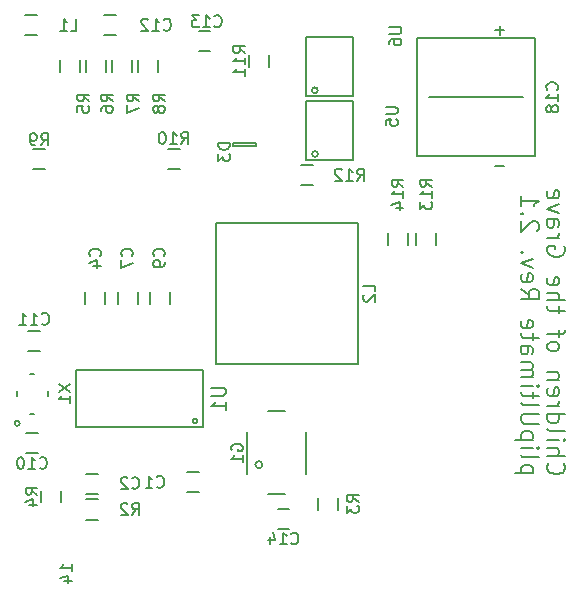
<source format=gbo>
G04 #@! TF.FileFunction,Legend,Bot*
%FSLAX46Y46*%
G04 Gerber Fmt 4.6, Leading zero omitted, Abs format (unit mm)*
G04 Created by KiCad (PCBNEW 4.0.2-stable) date 01/06/2016 17:52:26*
%MOMM*%
G01*
G04 APERTURE LIST*
%ADD10C,0.150000*%
G04 APERTURE END LIST*
D10*
X97189286Y-123985714D02*
X97117857Y-124057143D01*
X97046429Y-124271429D01*
X97046429Y-124414286D01*
X97117857Y-124628571D01*
X97260714Y-124771429D01*
X97403571Y-124842857D01*
X97689286Y-124914286D01*
X97903571Y-124914286D01*
X98189286Y-124842857D01*
X98332143Y-124771429D01*
X98475000Y-124628571D01*
X98546429Y-124414286D01*
X98546429Y-124271429D01*
X98475000Y-124057143D01*
X98403571Y-123985714D01*
X97046429Y-123342857D02*
X98546429Y-123342857D01*
X97046429Y-122700000D02*
X97832143Y-122700000D01*
X97975000Y-122771429D01*
X98046429Y-122914286D01*
X98046429Y-123128571D01*
X97975000Y-123271429D01*
X97903571Y-123342857D01*
X97046429Y-121985714D02*
X98046429Y-121985714D01*
X98546429Y-121985714D02*
X98475000Y-122057143D01*
X98403571Y-121985714D01*
X98475000Y-121914286D01*
X98546429Y-121985714D01*
X98403571Y-121985714D01*
X97046429Y-121057142D02*
X97117857Y-121200000D01*
X97260714Y-121271428D01*
X98546429Y-121271428D01*
X97046429Y-119842857D02*
X98546429Y-119842857D01*
X97117857Y-119842857D02*
X97046429Y-119985714D01*
X97046429Y-120271428D01*
X97117857Y-120414286D01*
X97189286Y-120485714D01*
X97332143Y-120557143D01*
X97760714Y-120557143D01*
X97903571Y-120485714D01*
X97975000Y-120414286D01*
X98046429Y-120271428D01*
X98046429Y-119985714D01*
X97975000Y-119842857D01*
X97046429Y-119128571D02*
X98046429Y-119128571D01*
X97760714Y-119128571D02*
X97903571Y-119057143D01*
X97975000Y-118985714D01*
X98046429Y-118842857D01*
X98046429Y-118700000D01*
X97117857Y-117628572D02*
X97046429Y-117771429D01*
X97046429Y-118057143D01*
X97117857Y-118200000D01*
X97260714Y-118271429D01*
X97832143Y-118271429D01*
X97975000Y-118200000D01*
X98046429Y-118057143D01*
X98046429Y-117771429D01*
X97975000Y-117628572D01*
X97832143Y-117557143D01*
X97689286Y-117557143D01*
X97546429Y-118271429D01*
X98046429Y-116914286D02*
X97046429Y-116914286D01*
X97903571Y-116914286D02*
X97975000Y-116842858D01*
X98046429Y-116700000D01*
X98046429Y-116485715D01*
X97975000Y-116342858D01*
X97832143Y-116271429D01*
X97046429Y-116271429D01*
X97046429Y-114200000D02*
X97117857Y-114342858D01*
X97189286Y-114414286D01*
X97332143Y-114485715D01*
X97760714Y-114485715D01*
X97903571Y-114414286D01*
X97975000Y-114342858D01*
X98046429Y-114200000D01*
X98046429Y-113985715D01*
X97975000Y-113842858D01*
X97903571Y-113771429D01*
X97760714Y-113700000D01*
X97332143Y-113700000D01*
X97189286Y-113771429D01*
X97117857Y-113842858D01*
X97046429Y-113985715D01*
X97046429Y-114200000D01*
X98046429Y-113271429D02*
X98046429Y-112700000D01*
X97046429Y-113057143D02*
X98332143Y-113057143D01*
X98475000Y-112985715D01*
X98546429Y-112842857D01*
X98546429Y-112700000D01*
X98046429Y-111271429D02*
X98046429Y-110700000D01*
X98546429Y-111057143D02*
X97260714Y-111057143D01*
X97117857Y-110985715D01*
X97046429Y-110842857D01*
X97046429Y-110700000D01*
X97046429Y-110200000D02*
X98546429Y-110200000D01*
X97046429Y-109557143D02*
X97832143Y-109557143D01*
X97975000Y-109628572D01*
X98046429Y-109771429D01*
X98046429Y-109985714D01*
X97975000Y-110128572D01*
X97903571Y-110200000D01*
X97117857Y-108271429D02*
X97046429Y-108414286D01*
X97046429Y-108700000D01*
X97117857Y-108842857D01*
X97260714Y-108914286D01*
X97832143Y-108914286D01*
X97975000Y-108842857D01*
X98046429Y-108700000D01*
X98046429Y-108414286D01*
X97975000Y-108271429D01*
X97832143Y-108200000D01*
X97689286Y-108200000D01*
X97546429Y-108914286D01*
X98475000Y-105628572D02*
X98546429Y-105771429D01*
X98546429Y-105985715D01*
X98475000Y-106200000D01*
X98332143Y-106342858D01*
X98189286Y-106414286D01*
X97903571Y-106485715D01*
X97689286Y-106485715D01*
X97403571Y-106414286D01*
X97260714Y-106342858D01*
X97117857Y-106200000D01*
X97046429Y-105985715D01*
X97046429Y-105842858D01*
X97117857Y-105628572D01*
X97189286Y-105557143D01*
X97689286Y-105557143D01*
X97689286Y-105842858D01*
X97046429Y-104914286D02*
X98046429Y-104914286D01*
X97760714Y-104914286D02*
X97903571Y-104842858D01*
X97975000Y-104771429D01*
X98046429Y-104628572D01*
X98046429Y-104485715D01*
X97046429Y-103342858D02*
X97832143Y-103342858D01*
X97975000Y-103414287D01*
X98046429Y-103557144D01*
X98046429Y-103842858D01*
X97975000Y-103985715D01*
X97117857Y-103342858D02*
X97046429Y-103485715D01*
X97046429Y-103842858D01*
X97117857Y-103985715D01*
X97260714Y-104057144D01*
X97403571Y-104057144D01*
X97546429Y-103985715D01*
X97617857Y-103842858D01*
X97617857Y-103485715D01*
X97689286Y-103342858D01*
X98046429Y-102771429D02*
X97046429Y-102414286D01*
X98046429Y-102057144D01*
X97117857Y-100914287D02*
X97046429Y-101057144D01*
X97046429Y-101342858D01*
X97117857Y-101485715D01*
X97260714Y-101557144D01*
X97832143Y-101557144D01*
X97975000Y-101485715D01*
X98046429Y-101342858D01*
X98046429Y-101057144D01*
X97975000Y-100914287D01*
X97832143Y-100842858D01*
X97689286Y-100842858D01*
X97546429Y-101557144D01*
X95796429Y-124842857D02*
X94296429Y-124842857D01*
X95725000Y-124842857D02*
X95796429Y-124700000D01*
X95796429Y-124414286D01*
X95725000Y-124271429D01*
X95653571Y-124200000D01*
X95510714Y-124128571D01*
X95082143Y-124128571D01*
X94939286Y-124200000D01*
X94867857Y-124271429D01*
X94796429Y-124414286D01*
X94796429Y-124700000D01*
X94867857Y-124842857D01*
X94796429Y-123271428D02*
X94867857Y-123414286D01*
X95010714Y-123485714D01*
X96296429Y-123485714D01*
X94796429Y-122700000D02*
X95796429Y-122700000D01*
X96296429Y-122700000D02*
X96225000Y-122771429D01*
X96153571Y-122700000D01*
X96225000Y-122628572D01*
X96296429Y-122700000D01*
X96153571Y-122700000D01*
X95796429Y-121985714D02*
X94296429Y-121985714D01*
X95725000Y-121985714D02*
X95796429Y-121842857D01*
X95796429Y-121557143D01*
X95725000Y-121414286D01*
X95653571Y-121342857D01*
X95510714Y-121271428D01*
X95082143Y-121271428D01*
X94939286Y-121342857D01*
X94867857Y-121414286D01*
X94796429Y-121557143D01*
X94796429Y-121842857D01*
X94867857Y-121985714D01*
X96296429Y-120628571D02*
X95082143Y-120628571D01*
X94939286Y-120557143D01*
X94867857Y-120485714D01*
X94796429Y-120342857D01*
X94796429Y-120057143D01*
X94867857Y-119914285D01*
X94939286Y-119842857D01*
X95082143Y-119771428D01*
X96296429Y-119771428D01*
X94796429Y-118842856D02*
X94867857Y-118985714D01*
X95010714Y-119057142D01*
X96296429Y-119057142D01*
X95796429Y-118485714D02*
X95796429Y-117914285D01*
X96296429Y-118271428D02*
X95010714Y-118271428D01*
X94867857Y-118200000D01*
X94796429Y-118057142D01*
X94796429Y-117914285D01*
X94796429Y-117414285D02*
X95796429Y-117414285D01*
X96296429Y-117414285D02*
X96225000Y-117485714D01*
X96153571Y-117414285D01*
X96225000Y-117342857D01*
X96296429Y-117414285D01*
X96153571Y-117414285D01*
X94796429Y-116699999D02*
X95796429Y-116699999D01*
X95653571Y-116699999D02*
X95725000Y-116628571D01*
X95796429Y-116485713D01*
X95796429Y-116271428D01*
X95725000Y-116128571D01*
X95582143Y-116057142D01*
X94796429Y-116057142D01*
X95582143Y-116057142D02*
X95725000Y-115985713D01*
X95796429Y-115842856D01*
X95796429Y-115628571D01*
X95725000Y-115485713D01*
X95582143Y-115414285D01*
X94796429Y-115414285D01*
X94796429Y-114057142D02*
X95582143Y-114057142D01*
X95725000Y-114128571D01*
X95796429Y-114271428D01*
X95796429Y-114557142D01*
X95725000Y-114699999D01*
X94867857Y-114057142D02*
X94796429Y-114199999D01*
X94796429Y-114557142D01*
X94867857Y-114699999D01*
X95010714Y-114771428D01*
X95153571Y-114771428D01*
X95296429Y-114699999D01*
X95367857Y-114557142D01*
X95367857Y-114199999D01*
X95439286Y-114057142D01*
X95796429Y-113557142D02*
X95796429Y-112985713D01*
X96296429Y-113342856D02*
X95010714Y-113342856D01*
X94867857Y-113271428D01*
X94796429Y-113128570D01*
X94796429Y-112985713D01*
X94867857Y-111914285D02*
X94796429Y-112057142D01*
X94796429Y-112342856D01*
X94867857Y-112485713D01*
X95010714Y-112557142D01*
X95582143Y-112557142D01*
X95725000Y-112485713D01*
X95796429Y-112342856D01*
X95796429Y-112057142D01*
X95725000Y-111914285D01*
X95582143Y-111842856D01*
X95439286Y-111842856D01*
X95296429Y-112557142D01*
X94796429Y-109199999D02*
X95510714Y-109699999D01*
X94796429Y-110057142D02*
X96296429Y-110057142D01*
X96296429Y-109485714D01*
X96225000Y-109342856D01*
X96153571Y-109271428D01*
X96010714Y-109199999D01*
X95796429Y-109199999D01*
X95653571Y-109271428D01*
X95582143Y-109342856D01*
X95510714Y-109485714D01*
X95510714Y-110057142D01*
X94867857Y-107985714D02*
X94796429Y-108128571D01*
X94796429Y-108414285D01*
X94867857Y-108557142D01*
X95010714Y-108628571D01*
X95582143Y-108628571D01*
X95725000Y-108557142D01*
X95796429Y-108414285D01*
X95796429Y-108128571D01*
X95725000Y-107985714D01*
X95582143Y-107914285D01*
X95439286Y-107914285D01*
X95296429Y-108628571D01*
X95796429Y-107414285D02*
X94796429Y-107057142D01*
X95796429Y-106700000D01*
X94939286Y-106128571D02*
X94867857Y-106057143D01*
X94796429Y-106128571D01*
X94867857Y-106200000D01*
X94939286Y-106128571D01*
X94796429Y-106128571D01*
X96153571Y-104342857D02*
X96225000Y-104271428D01*
X96296429Y-104128571D01*
X96296429Y-103771428D01*
X96225000Y-103628571D01*
X96153571Y-103557142D01*
X96010714Y-103485714D01*
X95867857Y-103485714D01*
X95653571Y-103557142D01*
X94796429Y-104414285D01*
X94796429Y-103485714D01*
X94939286Y-102842857D02*
X94867857Y-102771429D01*
X94796429Y-102842857D01*
X94867857Y-102914286D01*
X94939286Y-102842857D01*
X94796429Y-102842857D01*
X94796429Y-101342857D02*
X94796429Y-102200000D01*
X94796429Y-101771428D02*
X96296429Y-101771428D01*
X96082143Y-101914285D01*
X95939286Y-102057143D01*
X95867857Y-102200000D01*
X52362132Y-120600000D02*
G75*
G03X52362132Y-120600000I-212132J0D01*
G01*
X53200000Y-116400000D02*
X53600000Y-116400000D01*
X52100000Y-118300000D02*
X52100000Y-117900000D01*
X53600000Y-119800000D02*
X53200000Y-119800000D01*
X54750000Y-118300000D02*
X54750000Y-117900000D01*
X80600000Y-92900000D02*
X80600000Y-87900000D01*
X80600000Y-87900000D02*
X76600000Y-87900000D01*
X76600000Y-87900000D02*
X76600000Y-92900000D01*
X76600000Y-92900000D02*
X80600000Y-92900000D01*
X77600000Y-92400000D02*
G75*
G03X77600000Y-92400000I-250000J0D01*
G01*
X80600000Y-98300000D02*
X80600000Y-93300000D01*
X80600000Y-93300000D02*
X76600000Y-93300000D01*
X76600000Y-93300000D02*
X76600000Y-98300000D01*
X76600000Y-98300000D02*
X80600000Y-98300000D01*
X77600000Y-97800000D02*
G75*
G03X77600000Y-97800000I-250000J0D01*
G01*
X83550000Y-105500000D02*
X83550000Y-104500000D01*
X85250000Y-104500000D02*
X85250000Y-105500000D01*
X85950000Y-105500000D02*
X85950000Y-104500000D01*
X87650000Y-104500000D02*
X87650000Y-105500000D01*
X77200000Y-100450000D02*
X76200000Y-100450000D01*
X76200000Y-98750000D02*
X77200000Y-98750000D01*
X73450000Y-89400000D02*
X73450000Y-90400000D01*
X71750000Y-90400000D02*
X71750000Y-89400000D01*
X64900000Y-97350000D02*
X65900000Y-97350000D01*
X65900000Y-99050000D02*
X64900000Y-99050000D01*
X53500000Y-97350000D02*
X54500000Y-97350000D01*
X54500000Y-99050000D02*
X53500000Y-99050000D01*
X64050000Y-89850000D02*
X64050000Y-90850000D01*
X62350000Y-90850000D02*
X62350000Y-89850000D01*
X61850000Y-89850000D02*
X61850000Y-90850000D01*
X60150000Y-90850000D02*
X60150000Y-89850000D01*
X57950000Y-90850000D02*
X57950000Y-89850000D01*
X59650000Y-89850000D02*
X59650000Y-90850000D01*
X55750000Y-90850000D02*
X55750000Y-89850000D01*
X57450000Y-89850000D02*
X57450000Y-90850000D01*
X54150000Y-127300000D02*
X54150000Y-126300000D01*
X55850000Y-126300000D02*
X55850000Y-127300000D01*
X79350000Y-126900000D02*
X79350000Y-127900000D01*
X77650000Y-127900000D02*
X77650000Y-126900000D01*
X59000000Y-128750000D02*
X58000000Y-128750000D01*
X58000000Y-127050000D02*
X59000000Y-127050000D01*
X52800000Y-86050000D02*
X53800000Y-86050000D01*
X53800000Y-87750000D02*
X52800000Y-87750000D01*
X72900000Y-124100000D02*
G75*
G03X72900000Y-124100000I-300000J0D01*
G01*
X71600000Y-121350000D02*
X71600000Y-124850000D01*
X74850000Y-119600000D02*
X73350000Y-119600000D01*
X76600000Y-124850000D02*
X76600000Y-121350000D01*
X74850000Y-126600000D02*
X73350000Y-126600000D01*
X70400000Y-96850000D02*
X72400000Y-96850000D01*
X72400000Y-96850000D02*
X72400000Y-97100000D01*
X72400000Y-97100000D02*
X70400000Y-97100000D01*
X70400000Y-97100000D02*
X70400000Y-96850000D01*
X95000000Y-93000000D02*
X87000000Y-93000000D01*
X96000000Y-98000000D02*
X96000000Y-88000000D01*
X96000000Y-88000000D02*
X86000000Y-88000000D01*
X86000000Y-88000000D02*
X86000000Y-98000000D01*
X86000000Y-98000000D02*
X96000000Y-98000000D01*
X74200000Y-127850000D02*
X75200000Y-127850000D01*
X75200000Y-129550000D02*
X74200000Y-129550000D01*
X67500000Y-87350000D02*
X68500000Y-87350000D01*
X68500000Y-89050000D02*
X67500000Y-89050000D01*
X59500000Y-86050000D02*
X60500000Y-86050000D01*
X60500000Y-87750000D02*
X59500000Y-87750000D01*
X54100000Y-114450000D02*
X53100000Y-114450000D01*
X53100000Y-112750000D02*
X54100000Y-112750000D01*
X52900000Y-121450000D02*
X53900000Y-121450000D01*
X53900000Y-123150000D02*
X52900000Y-123150000D01*
X63400000Y-110500000D02*
X63400000Y-109500000D01*
X65100000Y-109500000D02*
X65100000Y-110500000D01*
X60650000Y-110500000D02*
X60650000Y-109500000D01*
X62350000Y-109500000D02*
X62350000Y-110500000D01*
X57900000Y-110500000D02*
X57900000Y-109500000D01*
X59600000Y-109500000D02*
X59600000Y-110500000D01*
X58000000Y-124850000D02*
X59000000Y-124850000D01*
X59000000Y-126550000D02*
X58000000Y-126550000D01*
X67500000Y-126450000D02*
X66500000Y-126450000D01*
X66500000Y-124750000D02*
X67500000Y-124750000D01*
X81000000Y-103600000D02*
X69000000Y-103600000D01*
X69000000Y-103600000D02*
X69000000Y-115600000D01*
X69000000Y-115600000D02*
X81000000Y-115600000D01*
X81000000Y-115600000D02*
X81000000Y-103600000D01*
X67400000Y-120400000D02*
G75*
G03X67400000Y-120400000I-200000J0D01*
G01*
X67875000Y-116100000D02*
X67875000Y-120900000D01*
X67875000Y-120900000D02*
X57125000Y-120900000D01*
X57125000Y-120900000D02*
X57125000Y-116100000D01*
X57125000Y-116100000D02*
X67875000Y-116100000D01*
X55652381Y-117290476D02*
X56652381Y-117957143D01*
X55652381Y-117957143D02*
X56652381Y-117290476D01*
X56652381Y-118861905D02*
X56652381Y-118290476D01*
X56652381Y-118576190D02*
X55652381Y-118576190D01*
X55795238Y-118480952D01*
X55890476Y-118385714D01*
X55938095Y-118290476D01*
X83652381Y-87038095D02*
X84461905Y-87038095D01*
X84557143Y-87085714D01*
X84604762Y-87133333D01*
X84652381Y-87228571D01*
X84652381Y-87419048D01*
X84604762Y-87514286D01*
X84557143Y-87561905D01*
X84461905Y-87609524D01*
X83652381Y-87609524D01*
X83652381Y-88514286D02*
X83652381Y-88323809D01*
X83700000Y-88228571D01*
X83747619Y-88180952D01*
X83890476Y-88085714D01*
X84080952Y-88038095D01*
X84461905Y-88038095D01*
X84557143Y-88085714D01*
X84604762Y-88133333D01*
X84652381Y-88228571D01*
X84652381Y-88419048D01*
X84604762Y-88514286D01*
X84557143Y-88561905D01*
X84461905Y-88609524D01*
X84223810Y-88609524D01*
X84128571Y-88561905D01*
X84080952Y-88514286D01*
X84033333Y-88419048D01*
X84033333Y-88228571D01*
X84080952Y-88133333D01*
X84128571Y-88085714D01*
X84223810Y-88038095D01*
X83352381Y-93838095D02*
X84161905Y-93838095D01*
X84257143Y-93885714D01*
X84304762Y-93933333D01*
X84352381Y-94028571D01*
X84352381Y-94219048D01*
X84304762Y-94314286D01*
X84257143Y-94361905D01*
X84161905Y-94409524D01*
X83352381Y-94409524D01*
X83352381Y-95361905D02*
X83352381Y-94885714D01*
X83828571Y-94838095D01*
X83780952Y-94885714D01*
X83733333Y-94980952D01*
X83733333Y-95219048D01*
X83780952Y-95314286D01*
X83828571Y-95361905D01*
X83923810Y-95409524D01*
X84161905Y-95409524D01*
X84257143Y-95361905D01*
X84304762Y-95314286D01*
X84352381Y-95219048D01*
X84352381Y-94980952D01*
X84304762Y-94885714D01*
X84257143Y-94838095D01*
X84852381Y-100557143D02*
X84376190Y-100223809D01*
X84852381Y-99985714D02*
X83852381Y-99985714D01*
X83852381Y-100366667D01*
X83900000Y-100461905D01*
X83947619Y-100509524D01*
X84042857Y-100557143D01*
X84185714Y-100557143D01*
X84280952Y-100509524D01*
X84328571Y-100461905D01*
X84376190Y-100366667D01*
X84376190Y-99985714D01*
X84852381Y-101509524D02*
X84852381Y-100938095D01*
X84852381Y-101223809D02*
X83852381Y-101223809D01*
X83995238Y-101128571D01*
X84090476Y-101033333D01*
X84138095Y-100938095D01*
X84185714Y-102366667D02*
X84852381Y-102366667D01*
X83804762Y-102128571D02*
X84519048Y-101890476D01*
X84519048Y-102509524D01*
X87252381Y-100557143D02*
X86776190Y-100223809D01*
X87252381Y-99985714D02*
X86252381Y-99985714D01*
X86252381Y-100366667D01*
X86300000Y-100461905D01*
X86347619Y-100509524D01*
X86442857Y-100557143D01*
X86585714Y-100557143D01*
X86680952Y-100509524D01*
X86728571Y-100461905D01*
X86776190Y-100366667D01*
X86776190Y-99985714D01*
X87252381Y-101509524D02*
X87252381Y-100938095D01*
X87252381Y-101223809D02*
X86252381Y-101223809D01*
X86395238Y-101128571D01*
X86490476Y-101033333D01*
X86538095Y-100938095D01*
X86252381Y-101842857D02*
X86252381Y-102461905D01*
X86633333Y-102128571D01*
X86633333Y-102271429D01*
X86680952Y-102366667D01*
X86728571Y-102414286D01*
X86823810Y-102461905D01*
X87061905Y-102461905D01*
X87157143Y-102414286D01*
X87204762Y-102366667D01*
X87252381Y-102271429D01*
X87252381Y-101985714D01*
X87204762Y-101890476D01*
X87157143Y-101842857D01*
X80942857Y-100052381D02*
X81276191Y-99576190D01*
X81514286Y-100052381D02*
X81514286Y-99052381D01*
X81133333Y-99052381D01*
X81038095Y-99100000D01*
X80990476Y-99147619D01*
X80942857Y-99242857D01*
X80942857Y-99385714D01*
X80990476Y-99480952D01*
X81038095Y-99528571D01*
X81133333Y-99576190D01*
X81514286Y-99576190D01*
X79990476Y-100052381D02*
X80561905Y-100052381D01*
X80276191Y-100052381D02*
X80276191Y-99052381D01*
X80371429Y-99195238D01*
X80466667Y-99290476D01*
X80561905Y-99338095D01*
X79609524Y-99147619D02*
X79561905Y-99100000D01*
X79466667Y-99052381D01*
X79228571Y-99052381D01*
X79133333Y-99100000D01*
X79085714Y-99147619D01*
X79038095Y-99242857D01*
X79038095Y-99338095D01*
X79085714Y-99480952D01*
X79657143Y-100052381D01*
X79038095Y-100052381D01*
X71452381Y-89257143D02*
X70976190Y-88923809D01*
X71452381Y-88685714D02*
X70452381Y-88685714D01*
X70452381Y-89066667D01*
X70500000Y-89161905D01*
X70547619Y-89209524D01*
X70642857Y-89257143D01*
X70785714Y-89257143D01*
X70880952Y-89209524D01*
X70928571Y-89161905D01*
X70976190Y-89066667D01*
X70976190Y-88685714D01*
X71452381Y-90209524D02*
X71452381Y-89638095D01*
X71452381Y-89923809D02*
X70452381Y-89923809D01*
X70595238Y-89828571D01*
X70690476Y-89733333D01*
X70738095Y-89638095D01*
X71452381Y-91161905D02*
X71452381Y-90590476D01*
X71452381Y-90876190D02*
X70452381Y-90876190D01*
X70595238Y-90780952D01*
X70690476Y-90685714D01*
X70738095Y-90590476D01*
X66042857Y-96952381D02*
X66376191Y-96476190D01*
X66614286Y-96952381D02*
X66614286Y-95952381D01*
X66233333Y-95952381D01*
X66138095Y-96000000D01*
X66090476Y-96047619D01*
X66042857Y-96142857D01*
X66042857Y-96285714D01*
X66090476Y-96380952D01*
X66138095Y-96428571D01*
X66233333Y-96476190D01*
X66614286Y-96476190D01*
X65090476Y-96952381D02*
X65661905Y-96952381D01*
X65376191Y-96952381D02*
X65376191Y-95952381D01*
X65471429Y-96095238D01*
X65566667Y-96190476D01*
X65661905Y-96238095D01*
X64471429Y-95952381D02*
X64376190Y-95952381D01*
X64280952Y-96000000D01*
X64233333Y-96047619D01*
X64185714Y-96142857D01*
X64138095Y-96333333D01*
X64138095Y-96571429D01*
X64185714Y-96761905D01*
X64233333Y-96857143D01*
X64280952Y-96904762D01*
X64376190Y-96952381D01*
X64471429Y-96952381D01*
X64566667Y-96904762D01*
X64614286Y-96857143D01*
X64661905Y-96761905D01*
X64709524Y-96571429D01*
X64709524Y-96333333D01*
X64661905Y-96142857D01*
X64614286Y-96047619D01*
X64566667Y-96000000D01*
X64471429Y-95952381D01*
X54166666Y-97052381D02*
X54500000Y-96576190D01*
X54738095Y-97052381D02*
X54738095Y-96052381D01*
X54357142Y-96052381D01*
X54261904Y-96100000D01*
X54214285Y-96147619D01*
X54166666Y-96242857D01*
X54166666Y-96385714D01*
X54214285Y-96480952D01*
X54261904Y-96528571D01*
X54357142Y-96576190D01*
X54738095Y-96576190D01*
X53690476Y-97052381D02*
X53500000Y-97052381D01*
X53404761Y-97004762D01*
X53357142Y-96957143D01*
X53261904Y-96814286D01*
X53214285Y-96623810D01*
X53214285Y-96242857D01*
X53261904Y-96147619D01*
X53309523Y-96100000D01*
X53404761Y-96052381D01*
X53595238Y-96052381D01*
X53690476Y-96100000D01*
X53738095Y-96147619D01*
X53785714Y-96242857D01*
X53785714Y-96480952D01*
X53738095Y-96576190D01*
X53690476Y-96623810D01*
X53595238Y-96671429D01*
X53404761Y-96671429D01*
X53309523Y-96623810D01*
X53261904Y-96576190D01*
X53214285Y-96480952D01*
X64652381Y-93333334D02*
X64176190Y-93000000D01*
X64652381Y-92761905D02*
X63652381Y-92761905D01*
X63652381Y-93142858D01*
X63700000Y-93238096D01*
X63747619Y-93285715D01*
X63842857Y-93333334D01*
X63985714Y-93333334D01*
X64080952Y-93285715D01*
X64128571Y-93238096D01*
X64176190Y-93142858D01*
X64176190Y-92761905D01*
X64080952Y-93904762D02*
X64033333Y-93809524D01*
X63985714Y-93761905D01*
X63890476Y-93714286D01*
X63842857Y-93714286D01*
X63747619Y-93761905D01*
X63700000Y-93809524D01*
X63652381Y-93904762D01*
X63652381Y-94095239D01*
X63700000Y-94190477D01*
X63747619Y-94238096D01*
X63842857Y-94285715D01*
X63890476Y-94285715D01*
X63985714Y-94238096D01*
X64033333Y-94190477D01*
X64080952Y-94095239D01*
X64080952Y-93904762D01*
X64128571Y-93809524D01*
X64176190Y-93761905D01*
X64271429Y-93714286D01*
X64461905Y-93714286D01*
X64557143Y-93761905D01*
X64604762Y-93809524D01*
X64652381Y-93904762D01*
X64652381Y-94095239D01*
X64604762Y-94190477D01*
X64557143Y-94238096D01*
X64461905Y-94285715D01*
X64271429Y-94285715D01*
X64176190Y-94238096D01*
X64128571Y-94190477D01*
X64080952Y-94095239D01*
X62452381Y-93333334D02*
X61976190Y-93000000D01*
X62452381Y-92761905D02*
X61452381Y-92761905D01*
X61452381Y-93142858D01*
X61500000Y-93238096D01*
X61547619Y-93285715D01*
X61642857Y-93333334D01*
X61785714Y-93333334D01*
X61880952Y-93285715D01*
X61928571Y-93238096D01*
X61976190Y-93142858D01*
X61976190Y-92761905D01*
X61452381Y-93666667D02*
X61452381Y-94333334D01*
X62452381Y-93904762D01*
X60252381Y-93333334D02*
X59776190Y-93000000D01*
X60252381Y-92761905D02*
X59252381Y-92761905D01*
X59252381Y-93142858D01*
X59300000Y-93238096D01*
X59347619Y-93285715D01*
X59442857Y-93333334D01*
X59585714Y-93333334D01*
X59680952Y-93285715D01*
X59728571Y-93238096D01*
X59776190Y-93142858D01*
X59776190Y-92761905D01*
X59252381Y-94190477D02*
X59252381Y-94000000D01*
X59300000Y-93904762D01*
X59347619Y-93857143D01*
X59490476Y-93761905D01*
X59680952Y-93714286D01*
X60061905Y-93714286D01*
X60157143Y-93761905D01*
X60204762Y-93809524D01*
X60252381Y-93904762D01*
X60252381Y-94095239D01*
X60204762Y-94190477D01*
X60157143Y-94238096D01*
X60061905Y-94285715D01*
X59823810Y-94285715D01*
X59728571Y-94238096D01*
X59680952Y-94190477D01*
X59633333Y-94095239D01*
X59633333Y-93904762D01*
X59680952Y-93809524D01*
X59728571Y-93761905D01*
X59823810Y-93714286D01*
X58252381Y-93333334D02*
X57776190Y-93000000D01*
X58252381Y-92761905D02*
X57252381Y-92761905D01*
X57252381Y-93142858D01*
X57300000Y-93238096D01*
X57347619Y-93285715D01*
X57442857Y-93333334D01*
X57585714Y-93333334D01*
X57680952Y-93285715D01*
X57728571Y-93238096D01*
X57776190Y-93142858D01*
X57776190Y-92761905D01*
X57252381Y-94238096D02*
X57252381Y-93761905D01*
X57728571Y-93714286D01*
X57680952Y-93761905D01*
X57633333Y-93857143D01*
X57633333Y-94095239D01*
X57680952Y-94190477D01*
X57728571Y-94238096D01*
X57823810Y-94285715D01*
X58061905Y-94285715D01*
X58157143Y-94238096D01*
X58204762Y-94190477D01*
X58252381Y-94095239D01*
X58252381Y-93857143D01*
X58204762Y-93761905D01*
X58157143Y-93714286D01*
X53852381Y-126633334D02*
X53376190Y-126300000D01*
X53852381Y-126061905D02*
X52852381Y-126061905D01*
X52852381Y-126442858D01*
X52900000Y-126538096D01*
X52947619Y-126585715D01*
X53042857Y-126633334D01*
X53185714Y-126633334D01*
X53280952Y-126585715D01*
X53328571Y-126538096D01*
X53376190Y-126442858D01*
X53376190Y-126061905D01*
X53185714Y-127490477D02*
X53852381Y-127490477D01*
X52804762Y-127252381D02*
X53519048Y-127014286D01*
X53519048Y-127633334D01*
X81052381Y-127233334D02*
X80576190Y-126900000D01*
X81052381Y-126661905D02*
X80052381Y-126661905D01*
X80052381Y-127042858D01*
X80100000Y-127138096D01*
X80147619Y-127185715D01*
X80242857Y-127233334D01*
X80385714Y-127233334D01*
X80480952Y-127185715D01*
X80528571Y-127138096D01*
X80576190Y-127042858D01*
X80576190Y-126661905D01*
X80052381Y-127566667D02*
X80052381Y-128185715D01*
X80433333Y-127852381D01*
X80433333Y-127995239D01*
X80480952Y-128090477D01*
X80528571Y-128138096D01*
X80623810Y-128185715D01*
X80861905Y-128185715D01*
X80957143Y-128138096D01*
X81004762Y-128090477D01*
X81052381Y-127995239D01*
X81052381Y-127709524D01*
X81004762Y-127614286D01*
X80957143Y-127566667D01*
X61866666Y-128352381D02*
X62200000Y-127876190D01*
X62438095Y-128352381D02*
X62438095Y-127352381D01*
X62057142Y-127352381D01*
X61961904Y-127400000D01*
X61914285Y-127447619D01*
X61866666Y-127542857D01*
X61866666Y-127685714D01*
X61914285Y-127780952D01*
X61961904Y-127828571D01*
X62057142Y-127876190D01*
X62438095Y-127876190D01*
X61485714Y-127447619D02*
X61438095Y-127400000D01*
X61342857Y-127352381D01*
X61104761Y-127352381D01*
X61009523Y-127400000D01*
X60961904Y-127447619D01*
X60914285Y-127542857D01*
X60914285Y-127638095D01*
X60961904Y-127780952D01*
X61533333Y-128352381D01*
X60914285Y-128352381D01*
X56666666Y-87352381D02*
X57142857Y-87352381D01*
X57142857Y-86352381D01*
X55809523Y-87352381D02*
X56380952Y-87352381D01*
X56095238Y-87352381D02*
X56095238Y-86352381D01*
X56190476Y-86495238D01*
X56285714Y-86590476D01*
X56380952Y-86638095D01*
X70300000Y-122885715D02*
X70252381Y-122790477D01*
X70252381Y-122647620D01*
X70300000Y-122504762D01*
X70395238Y-122409524D01*
X70490476Y-122361905D01*
X70680952Y-122314286D01*
X70823810Y-122314286D01*
X71014286Y-122361905D01*
X71109524Y-122409524D01*
X71204762Y-122504762D01*
X71252381Y-122647620D01*
X71252381Y-122742858D01*
X71204762Y-122885715D01*
X71157143Y-122933334D01*
X70823810Y-122933334D01*
X70823810Y-122742858D01*
X71252381Y-123885715D02*
X71252381Y-123314286D01*
X71252381Y-123600000D02*
X70252381Y-123600000D01*
X70395238Y-123504762D01*
X70490476Y-123409524D01*
X70538095Y-123314286D01*
X70152381Y-96861905D02*
X69152381Y-96861905D01*
X69152381Y-97100000D01*
X69200000Y-97242858D01*
X69295238Y-97338096D01*
X69390476Y-97385715D01*
X69580952Y-97433334D01*
X69723810Y-97433334D01*
X69914286Y-97385715D01*
X70009524Y-97338096D01*
X70104762Y-97242858D01*
X70152381Y-97100000D01*
X70152381Y-96861905D01*
X69152381Y-97766667D02*
X69152381Y-98385715D01*
X69533333Y-98052381D01*
X69533333Y-98195239D01*
X69580952Y-98290477D01*
X69628571Y-98338096D01*
X69723810Y-98385715D01*
X69961905Y-98385715D01*
X70057143Y-98338096D01*
X70104762Y-98290477D01*
X70152381Y-98195239D01*
X70152381Y-97909524D01*
X70104762Y-97814286D01*
X70057143Y-97766667D01*
X56782381Y-133109524D02*
X56782381Y-132538095D01*
X56782381Y-132823809D02*
X55782381Y-132823809D01*
X55925238Y-132728571D01*
X56020476Y-132633333D01*
X56068095Y-132538095D01*
X56115714Y-133966667D02*
X56782381Y-133966667D01*
X55734762Y-133728571D02*
X56449048Y-133490476D01*
X56449048Y-134109524D01*
X97857143Y-92357143D02*
X97904762Y-92309524D01*
X97952381Y-92166667D01*
X97952381Y-92071429D01*
X97904762Y-91928571D01*
X97809524Y-91833333D01*
X97714286Y-91785714D01*
X97523810Y-91738095D01*
X97380952Y-91738095D01*
X97190476Y-91785714D01*
X97095238Y-91833333D01*
X97000000Y-91928571D01*
X96952381Y-92071429D01*
X96952381Y-92166667D01*
X97000000Y-92309524D01*
X97047619Y-92357143D01*
X97952381Y-93309524D02*
X97952381Y-92738095D01*
X97952381Y-93023809D02*
X96952381Y-93023809D01*
X97095238Y-92928571D01*
X97190476Y-92833333D01*
X97238095Y-92738095D01*
X97380952Y-93880952D02*
X97333333Y-93785714D01*
X97285714Y-93738095D01*
X97190476Y-93690476D01*
X97142857Y-93690476D01*
X97047619Y-93738095D01*
X97000000Y-93785714D01*
X96952381Y-93880952D01*
X96952381Y-94071429D01*
X97000000Y-94166667D01*
X97047619Y-94214286D01*
X97142857Y-94261905D01*
X97190476Y-94261905D01*
X97285714Y-94214286D01*
X97333333Y-94166667D01*
X97380952Y-94071429D01*
X97380952Y-93880952D01*
X97428571Y-93785714D01*
X97476190Y-93738095D01*
X97571429Y-93690476D01*
X97761905Y-93690476D01*
X97857143Y-93738095D01*
X97904762Y-93785714D01*
X97952381Y-93880952D01*
X97952381Y-94071429D01*
X97904762Y-94166667D01*
X97857143Y-94214286D01*
X97761905Y-94261905D01*
X97571429Y-94261905D01*
X97476190Y-94214286D01*
X97428571Y-94166667D01*
X97380952Y-94071429D01*
X93380952Y-98821429D02*
X92619047Y-98821429D01*
X93380952Y-87321429D02*
X92619047Y-87321429D01*
X92999999Y-87702381D02*
X92999999Y-86940476D01*
X75342857Y-130757143D02*
X75390476Y-130804762D01*
X75533333Y-130852381D01*
X75628571Y-130852381D01*
X75771429Y-130804762D01*
X75866667Y-130709524D01*
X75914286Y-130614286D01*
X75961905Y-130423810D01*
X75961905Y-130280952D01*
X75914286Y-130090476D01*
X75866667Y-129995238D01*
X75771429Y-129900000D01*
X75628571Y-129852381D01*
X75533333Y-129852381D01*
X75390476Y-129900000D01*
X75342857Y-129947619D01*
X74390476Y-130852381D02*
X74961905Y-130852381D01*
X74676191Y-130852381D02*
X74676191Y-129852381D01*
X74771429Y-129995238D01*
X74866667Y-130090476D01*
X74961905Y-130138095D01*
X73533333Y-130185714D02*
X73533333Y-130852381D01*
X73771429Y-129804762D02*
X74009524Y-130519048D01*
X73390476Y-130519048D01*
X68842857Y-86957143D02*
X68890476Y-87004762D01*
X69033333Y-87052381D01*
X69128571Y-87052381D01*
X69271429Y-87004762D01*
X69366667Y-86909524D01*
X69414286Y-86814286D01*
X69461905Y-86623810D01*
X69461905Y-86480952D01*
X69414286Y-86290476D01*
X69366667Y-86195238D01*
X69271429Y-86100000D01*
X69128571Y-86052381D01*
X69033333Y-86052381D01*
X68890476Y-86100000D01*
X68842857Y-86147619D01*
X67890476Y-87052381D02*
X68461905Y-87052381D01*
X68176191Y-87052381D02*
X68176191Y-86052381D01*
X68271429Y-86195238D01*
X68366667Y-86290476D01*
X68461905Y-86338095D01*
X67557143Y-86052381D02*
X66938095Y-86052381D01*
X67271429Y-86433333D01*
X67128571Y-86433333D01*
X67033333Y-86480952D01*
X66985714Y-86528571D01*
X66938095Y-86623810D01*
X66938095Y-86861905D01*
X66985714Y-86957143D01*
X67033333Y-87004762D01*
X67128571Y-87052381D01*
X67414286Y-87052381D01*
X67509524Y-87004762D01*
X67557143Y-86957143D01*
X64542857Y-87257143D02*
X64590476Y-87304762D01*
X64733333Y-87352381D01*
X64828571Y-87352381D01*
X64971429Y-87304762D01*
X65066667Y-87209524D01*
X65114286Y-87114286D01*
X65161905Y-86923810D01*
X65161905Y-86780952D01*
X65114286Y-86590476D01*
X65066667Y-86495238D01*
X64971429Y-86400000D01*
X64828571Y-86352381D01*
X64733333Y-86352381D01*
X64590476Y-86400000D01*
X64542857Y-86447619D01*
X63590476Y-87352381D02*
X64161905Y-87352381D01*
X63876191Y-87352381D02*
X63876191Y-86352381D01*
X63971429Y-86495238D01*
X64066667Y-86590476D01*
X64161905Y-86638095D01*
X63209524Y-86447619D02*
X63161905Y-86400000D01*
X63066667Y-86352381D01*
X62828571Y-86352381D01*
X62733333Y-86400000D01*
X62685714Y-86447619D01*
X62638095Y-86542857D01*
X62638095Y-86638095D01*
X62685714Y-86780952D01*
X63257143Y-87352381D01*
X62638095Y-87352381D01*
X54242857Y-112157143D02*
X54290476Y-112204762D01*
X54433333Y-112252381D01*
X54528571Y-112252381D01*
X54671429Y-112204762D01*
X54766667Y-112109524D01*
X54814286Y-112014286D01*
X54861905Y-111823810D01*
X54861905Y-111680952D01*
X54814286Y-111490476D01*
X54766667Y-111395238D01*
X54671429Y-111300000D01*
X54528571Y-111252381D01*
X54433333Y-111252381D01*
X54290476Y-111300000D01*
X54242857Y-111347619D01*
X53290476Y-112252381D02*
X53861905Y-112252381D01*
X53576191Y-112252381D02*
X53576191Y-111252381D01*
X53671429Y-111395238D01*
X53766667Y-111490476D01*
X53861905Y-111538095D01*
X52338095Y-112252381D02*
X52909524Y-112252381D01*
X52623810Y-112252381D02*
X52623810Y-111252381D01*
X52719048Y-111395238D01*
X52814286Y-111490476D01*
X52909524Y-111538095D01*
X54042857Y-124357143D02*
X54090476Y-124404762D01*
X54233333Y-124452381D01*
X54328571Y-124452381D01*
X54471429Y-124404762D01*
X54566667Y-124309524D01*
X54614286Y-124214286D01*
X54661905Y-124023810D01*
X54661905Y-123880952D01*
X54614286Y-123690476D01*
X54566667Y-123595238D01*
X54471429Y-123500000D01*
X54328571Y-123452381D01*
X54233333Y-123452381D01*
X54090476Y-123500000D01*
X54042857Y-123547619D01*
X53090476Y-124452381D02*
X53661905Y-124452381D01*
X53376191Y-124452381D02*
X53376191Y-123452381D01*
X53471429Y-123595238D01*
X53566667Y-123690476D01*
X53661905Y-123738095D01*
X52471429Y-123452381D02*
X52376190Y-123452381D01*
X52280952Y-123500000D01*
X52233333Y-123547619D01*
X52185714Y-123642857D01*
X52138095Y-123833333D01*
X52138095Y-124071429D01*
X52185714Y-124261905D01*
X52233333Y-124357143D01*
X52280952Y-124404762D01*
X52376190Y-124452381D01*
X52471429Y-124452381D01*
X52566667Y-124404762D01*
X52614286Y-124357143D01*
X52661905Y-124261905D01*
X52709524Y-124071429D01*
X52709524Y-123833333D01*
X52661905Y-123642857D01*
X52614286Y-123547619D01*
X52566667Y-123500000D01*
X52471429Y-123452381D01*
X64557143Y-106433334D02*
X64604762Y-106385715D01*
X64652381Y-106242858D01*
X64652381Y-106147620D01*
X64604762Y-106004762D01*
X64509524Y-105909524D01*
X64414286Y-105861905D01*
X64223810Y-105814286D01*
X64080952Y-105814286D01*
X63890476Y-105861905D01*
X63795238Y-105909524D01*
X63700000Y-106004762D01*
X63652381Y-106147620D01*
X63652381Y-106242858D01*
X63700000Y-106385715D01*
X63747619Y-106433334D01*
X64652381Y-106909524D02*
X64652381Y-107100000D01*
X64604762Y-107195239D01*
X64557143Y-107242858D01*
X64414286Y-107338096D01*
X64223810Y-107385715D01*
X63842857Y-107385715D01*
X63747619Y-107338096D01*
X63700000Y-107290477D01*
X63652381Y-107195239D01*
X63652381Y-107004762D01*
X63700000Y-106909524D01*
X63747619Y-106861905D01*
X63842857Y-106814286D01*
X64080952Y-106814286D01*
X64176190Y-106861905D01*
X64223810Y-106909524D01*
X64271429Y-107004762D01*
X64271429Y-107195239D01*
X64223810Y-107290477D01*
X64176190Y-107338096D01*
X64080952Y-107385715D01*
X61857143Y-106433334D02*
X61904762Y-106385715D01*
X61952381Y-106242858D01*
X61952381Y-106147620D01*
X61904762Y-106004762D01*
X61809524Y-105909524D01*
X61714286Y-105861905D01*
X61523810Y-105814286D01*
X61380952Y-105814286D01*
X61190476Y-105861905D01*
X61095238Y-105909524D01*
X61000000Y-106004762D01*
X60952381Y-106147620D01*
X60952381Y-106242858D01*
X61000000Y-106385715D01*
X61047619Y-106433334D01*
X60952381Y-106766667D02*
X60952381Y-107433334D01*
X61952381Y-107004762D01*
X59157143Y-106433334D02*
X59204762Y-106385715D01*
X59252381Y-106242858D01*
X59252381Y-106147620D01*
X59204762Y-106004762D01*
X59109524Y-105909524D01*
X59014286Y-105861905D01*
X58823810Y-105814286D01*
X58680952Y-105814286D01*
X58490476Y-105861905D01*
X58395238Y-105909524D01*
X58300000Y-106004762D01*
X58252381Y-106147620D01*
X58252381Y-106242858D01*
X58300000Y-106385715D01*
X58347619Y-106433334D01*
X58585714Y-107290477D02*
X59252381Y-107290477D01*
X58204762Y-107052381D02*
X58919048Y-106814286D01*
X58919048Y-107433334D01*
X61866666Y-126057143D02*
X61914285Y-126104762D01*
X62057142Y-126152381D01*
X62152380Y-126152381D01*
X62295238Y-126104762D01*
X62390476Y-126009524D01*
X62438095Y-125914286D01*
X62485714Y-125723810D01*
X62485714Y-125580952D01*
X62438095Y-125390476D01*
X62390476Y-125295238D01*
X62295238Y-125200000D01*
X62152380Y-125152381D01*
X62057142Y-125152381D01*
X61914285Y-125200000D01*
X61866666Y-125247619D01*
X61485714Y-125247619D02*
X61438095Y-125200000D01*
X61342857Y-125152381D01*
X61104761Y-125152381D01*
X61009523Y-125200000D01*
X60961904Y-125247619D01*
X60914285Y-125342857D01*
X60914285Y-125438095D01*
X60961904Y-125580952D01*
X61533333Y-126152381D01*
X60914285Y-126152381D01*
X63966666Y-125957143D02*
X64014285Y-126004762D01*
X64157142Y-126052381D01*
X64252380Y-126052381D01*
X64395238Y-126004762D01*
X64490476Y-125909524D01*
X64538095Y-125814286D01*
X64585714Y-125623810D01*
X64585714Y-125480952D01*
X64538095Y-125290476D01*
X64490476Y-125195238D01*
X64395238Y-125100000D01*
X64252380Y-125052381D01*
X64157142Y-125052381D01*
X64014285Y-125100000D01*
X63966666Y-125147619D01*
X63014285Y-126052381D02*
X63585714Y-126052381D01*
X63300000Y-126052381D02*
X63300000Y-125052381D01*
X63395238Y-125195238D01*
X63490476Y-125290476D01*
X63585714Y-125338095D01*
X82452381Y-109433334D02*
X82452381Y-108957143D01*
X81452381Y-108957143D01*
X81547619Y-109719048D02*
X81500000Y-109766667D01*
X81452381Y-109861905D01*
X81452381Y-110100001D01*
X81500000Y-110195239D01*
X81547619Y-110242858D01*
X81642857Y-110290477D01*
X81738095Y-110290477D01*
X81880952Y-110242858D01*
X82452381Y-109671429D01*
X82452381Y-110290477D01*
X68592857Y-117585714D02*
X69564286Y-117585714D01*
X69678571Y-117642857D01*
X69735714Y-117700000D01*
X69792857Y-117814286D01*
X69792857Y-118042857D01*
X69735714Y-118157143D01*
X69678571Y-118214286D01*
X69564286Y-118271429D01*
X68592857Y-118271429D01*
X69792857Y-119471429D02*
X69792857Y-118785714D01*
X69792857Y-119128572D02*
X68592857Y-119128572D01*
X68764286Y-119014286D01*
X68878571Y-118900000D01*
X68935714Y-118785714D01*
M02*

</source>
